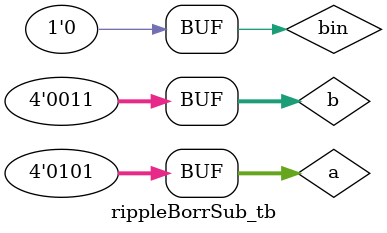
<source format=v>
`timescale 1ns/100ps

module rippleBorrSub_tb;

reg [3:0] a,b;
reg bin;
wire [3:0] diff;
wire bout;

ripple_borr_sub_4bit uut(a,b,bin,diff,bout);

initial begin 

a=4'b0000;b=4'b0000;bin=1;#10;
a=4'b1000;b=4'b0011;bin=0;#10;
a=4'b0110;b=4'b0010;bin=0;#10;
a=4'b0111;b=4'b0111;bin=1;#10;
a=4'b0101;b=4'b0011;bin=0;#10;

end
endmodule

</source>
